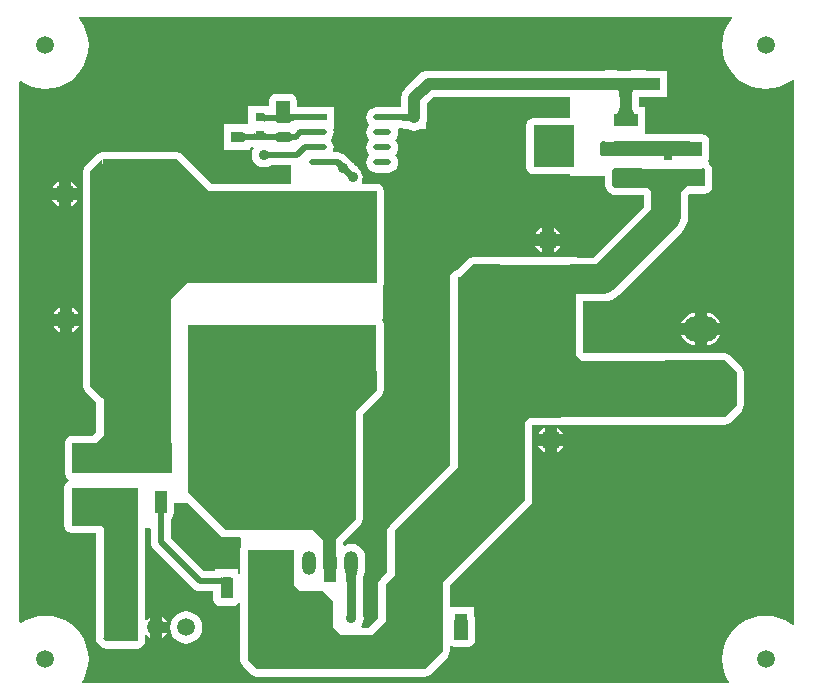
<source format=gtl>
G04*
G04 #@! TF.GenerationSoftware,Altium Limited,Altium Designer,18.1.9 (240)*
G04*
G04 Layer_Physical_Order=1*
G04 Layer_Color=255*
%FSLAX25Y25*%
%MOIN*%
G70*
G01*
G75*
%ADD17R,0.03937X0.03937*%
%ADD18R,0.05984X0.06299*%
%ADD19R,0.09843X0.09843*%
%ADD20R,0.22000X0.20500*%
%ADD21R,0.08800X0.06000*%
%ADD22R,0.03000X0.03000*%
%ADD23R,0.09843X0.11811*%
%ADD24R,0.07874X0.03937*%
%ADD25R,0.05906X0.04000*%
%ADD26R,0.03937X0.03740*%
%ADD27R,0.04000X0.05906*%
%ADD28R,0.05906X0.01968*%
%ADD29O,0.05906X0.01968*%
%ADD30C,0.03937*%
%ADD52C,0.01181*%
%ADD53C,0.09843*%
%ADD54C,0.01968*%
%ADD55C,0.03150*%
%ADD56R,0.29434X0.05500*%
%ADD57R,0.11750X0.40500*%
%ADD58R,0.13750X0.13887*%
%ADD59R,0.09610X0.05000*%
%ADD60R,0.30000X0.05000*%
%ADD61R,0.40750X0.09500*%
%ADD62R,0.15100X0.18000*%
%ADD63R,0.04000X0.07000*%
%ADD64R,0.15500X0.68500*%
%ADD65R,0.22209X0.12500*%
%ADD66R,0.04400X0.15500*%
%ADD67R,0.20500X0.68750*%
%ADD68R,0.04500X0.06500*%
%ADD69R,0.16000X0.32500*%
%ADD70R,0.15500X0.36750*%
%ADD71R,0.29750X0.47000*%
%ADD72R,0.16000X0.12500*%
%ADD73R,0.63000X0.21000*%
%ADD74R,0.17000X0.30000*%
%ADD75R,0.09287X0.57500*%
%ADD76R,0.33500X0.10200*%
%ADD77R,0.04500X0.05500*%
%ADD78R,0.07500X0.52500*%
%ADD79R,0.23000X0.08200*%
%ADD80R,0.56000X0.51280*%
%ADD81R,0.04000X0.07500*%
%ADD82R,0.86000X0.31000*%
%ADD83R,0.09000X0.52000*%
%ADD84R,0.20500X0.05000*%
%ADD85R,0.15000X0.43500*%
%ADD86R,0.43000X0.13500*%
%ADD87C,0.05906*%
%ADD88R,0.05906X0.05906*%
%ADD89C,0.07087*%
%ADD90R,0.07087X0.07087*%
%ADD91O,0.11811X0.08661*%
%ADD92O,0.11811X0.07874*%
%ADD93R,0.07087X0.07087*%
%ADD94O,0.04724X0.07874*%
%ADD95C,0.03500*%
G36*
X240512Y224659D02*
X239953Y224004D01*
X238767Y222068D01*
X237898Y219971D01*
X237368Y217763D01*
X237190Y215500D01*
X237368Y213237D01*
X237898Y211029D01*
X238767Y208932D01*
X239953Y206996D01*
X241427Y205270D01*
X243154Y203795D01*
X245089Y202609D01*
X247187Y201740D01*
X249394Y201210D01*
X251658Y201032D01*
X253921Y201210D01*
X256128Y201740D01*
X258226Y202609D01*
X260161Y203795D01*
X260659Y204220D01*
X261113Y204011D01*
Y22489D01*
X260659Y22280D01*
X260161Y22705D01*
X258226Y23891D01*
X256128Y24760D01*
X253921Y25290D01*
X251658Y25468D01*
X249394Y25290D01*
X247187Y24760D01*
X245089Y23891D01*
X243154Y22705D01*
X241427Y21230D01*
X239953Y19504D01*
X238767Y17568D01*
X237898Y15471D01*
X237368Y13263D01*
X237190Y11000D01*
X237368Y8737D01*
X237898Y6529D01*
X238767Y4432D01*
X239446Y3323D01*
X239202Y2887D01*
X23956D01*
X23712Y3323D01*
X24391Y4432D01*
X25260Y6529D01*
X25790Y8737D01*
X25968Y11000D01*
X25790Y13263D01*
X25260Y15471D01*
X24391Y17568D01*
X23205Y19504D01*
X21730Y21230D01*
X20004Y22705D01*
X18068Y23891D01*
X15971Y24760D01*
X13763Y25290D01*
X11500Y25468D01*
X9237Y25290D01*
X7029Y24760D01*
X4932Y23891D01*
X3387Y22944D01*
X2887Y23224D01*
Y203276D01*
X3387Y203556D01*
X4932Y202609D01*
X7029Y201740D01*
X9237Y201210D01*
X11500Y201032D01*
X13763Y201210D01*
X15971Y201740D01*
X18068Y202609D01*
X20004Y203795D01*
X21730Y205270D01*
X23205Y206996D01*
X24391Y208932D01*
X25260Y211029D01*
X25790Y213237D01*
X25968Y215500D01*
X25790Y217763D01*
X25260Y219971D01*
X24391Y222068D01*
X23205Y224004D01*
X22645Y224659D01*
X22855Y225113D01*
X80500Y225113D01*
X240303D01*
X240512Y224659D01*
D02*
G37*
%LPC*%
G36*
X210559Y207184D02*
X210553Y207183D01*
X210547Y207184D01*
X208723Y207175D01*
X208136Y207177D01*
X208048Y207179D01*
X208003Y207172D01*
X207941Y207184D01*
X207874Y207171D01*
X206610Y207164D01*
X206567Y207155D01*
X202202D01*
X202059Y207184D01*
X202053Y207183D01*
X202047Y207184D01*
X198110Y207164D01*
X198067Y207155D01*
X139287D01*
X138157Y207007D01*
X137103Y206570D01*
X136199Y205876D01*
X131453Y201130D01*
X130758Y200225D01*
X130322Y199172D01*
X130173Y198041D01*
Y194941D01*
X129547Y194900D01*
X128886Y194896D01*
X128801Y194879D01*
X125000D01*
X124972Y194875D01*
X121878D01*
X121004Y194760D01*
X120190Y194423D01*
X119491Y193887D01*
X118955Y193188D01*
X118618Y192374D01*
X118503Y191500D01*
X118618Y190626D01*
X118955Y189812D01*
X119491Y189113D01*
Y188887D01*
X118955Y188188D01*
X118618Y187374D01*
X118503Y186500D01*
X118618Y185626D01*
X118955Y184812D01*
X119491Y184113D01*
Y183887D01*
X118955Y183188D01*
X118618Y182374D01*
X118503Y181500D01*
X118618Y180626D01*
X118955Y179812D01*
X119491Y179113D01*
Y178887D01*
X118955Y178188D01*
X118618Y177374D01*
X118503Y176500D01*
X118618Y175626D01*
X118955Y174812D01*
X119491Y174113D01*
X120190Y173577D01*
X121004Y173240D01*
X121878Y173125D01*
X125815D01*
X126689Y173240D01*
X127503Y173577D01*
X128202Y174113D01*
X128738Y174812D01*
X129075Y175626D01*
X129190Y176500D01*
X129075Y177374D01*
X128738Y178188D01*
X128202Y178887D01*
Y179113D01*
X128738Y179812D01*
X129075Y180626D01*
X129190Y181500D01*
X129075Y182374D01*
X128738Y183188D01*
X128202Y183887D01*
Y184113D01*
X128738Y184812D01*
X129075Y185626D01*
X129190Y186500D01*
X129075Y187374D01*
X128977Y187610D01*
X129312Y188109D01*
X129586Y188107D01*
X130679Y188070D01*
Y187642D01*
X132549D01*
X133411Y187285D01*
X134541Y187136D01*
X135672Y187285D01*
X136534Y187642D01*
X138403D01*
Y189511D01*
X138760Y190373D01*
X138909Y191504D01*
Y196232D01*
X141097Y198419D01*
X186500D01*
Y191295D01*
X174250D01*
X173328Y191112D01*
X172547Y190590D01*
X172025Y189808D01*
X171842Y188887D01*
Y175000D01*
X172025Y174078D01*
X172547Y173297D01*
X173328Y172775D01*
X174250Y172591D01*
X186500D01*
Y172000D01*
X193500D01*
X193500Y172000D01*
X198121D01*
X198121Y169006D01*
X198304Y168084D01*
X198827Y167303D01*
X199833Y166297D01*
X200614Y165775D01*
X201536Y165592D01*
X211181D01*
Y161531D01*
X194468Y144819D01*
X188951D01*
X188500Y144908D01*
X158750D01*
X154000Y144908D01*
X153078Y144725D01*
X152297Y144203D01*
X148691Y140597D01*
X148078Y140475D01*
X147297Y139953D01*
X146775Y139172D01*
X146591Y138250D01*
Y75748D01*
X126297Y55453D01*
X125775Y54672D01*
X125592Y53750D01*
Y52500D01*
Y39998D01*
X123297Y37703D01*
X122775Y36922D01*
X122591Y36000D01*
Y32500D01*
Y24498D01*
X119502Y21408D01*
X116941D01*
X116695Y21908D01*
X117092Y22426D01*
X117506Y23426D01*
X117648Y24500D01*
X117506Y25574D01*
X117471Y25659D01*
Y36397D01*
X117482Y36443D01*
X117534Y37932D01*
X117563Y38244D01*
X117661Y38889D01*
X117705Y39082D01*
X117752Y39243D01*
X117789Y39343D01*
X117860Y39493D01*
X117874Y39551D01*
X117907Y39600D01*
X117953Y39829D01*
X118103Y40192D01*
X118265Y41425D01*
Y44575D01*
X118103Y45808D01*
X117627Y46957D01*
X116869Y47944D01*
X115883Y48702D01*
X114733Y49178D01*
X113500Y49340D01*
X112267Y49178D01*
X111408Y48822D01*
X110908Y49146D01*
Y50002D01*
X116703Y55797D01*
X117225Y56578D01*
X117409Y57500D01*
Y69188D01*
X117462D01*
Y92556D01*
X123703Y98797D01*
X124225Y99578D01*
X124408Y100500D01*
Y107000D01*
Y122500D01*
X124225Y123422D01*
X123703Y124203D01*
X124250Y124750D01*
Y135054D01*
X124225Y135078D01*
X124408Y136000D01*
Y167000D01*
X124225Y167922D01*
X123703Y168703D01*
X122922Y169225D01*
X122000Y169409D01*
X117173D01*
X116963Y169908D01*
X117260Y170626D01*
X117375Y171500D01*
X117260Y172374D01*
X116923Y173188D01*
X116387Y173887D01*
X116251Y174022D01*
X116229Y174063D01*
X116208Y174172D01*
X116007Y174473D01*
X115833Y174791D01*
X115747Y174861D01*
X115685Y174953D01*
X115392Y175150D01*
X115372Y175171D01*
X115350Y175182D01*
X115103Y175382D01*
X114997Y175413D01*
X114904Y175475D01*
X114827Y175490D01*
X114748Y175558D01*
X114669Y175645D01*
X114598Y175732D01*
X114592Y175741D01*
X114583Y175751D01*
X114571Y175768D01*
X114459Y176031D01*
X114364Y176125D01*
X114298Y176242D01*
X114031Y176452D01*
X113789Y176690D01*
X113665Y176740D01*
X113560Y176823D01*
X113408Y176865D01*
X112624Y177650D01*
X112620Y177658D01*
X112552Y177721D01*
X112376Y177897D01*
X112282Y178030D01*
X112240Y178069D01*
X112233Y178079D01*
X112226Y178082D01*
X112138Y178166D01*
X111595Y178702D01*
X111523Y178750D01*
X111387Y178887D01*
X110688Y179423D01*
X109874Y179760D01*
X109000Y179875D01*
X107714D01*
X107436Y180291D01*
X107575Y180626D01*
X107690Y181500D01*
X107575Y182374D01*
X107238Y183188D01*
X106897Y183633D01*
X106748Y184000D01*
X106897Y184367D01*
X107238Y184812D01*
X107575Y185626D01*
X107690Y186500D01*
X107575Y187374D01*
X107409Y187776D01*
X107661Y188154D01*
X107661D01*
Y194846D01*
X102566D01*
X102347Y194875D01*
X95408D01*
Y197000D01*
X95225Y197922D01*
X94703Y198703D01*
X93922Y199225D01*
X93000Y199408D01*
X88500D01*
X87578Y199225D01*
X86797Y198703D01*
X86275Y197922D01*
X86092Y197000D01*
Y195359D01*
X84619D01*
X84447Y195393D01*
X84274Y195359D01*
X84263D01*
X84094Y195367D01*
X84071Y195359D01*
X79097D01*
Y189232D01*
X77629D01*
X77456Y189267D01*
X77316Y189239D01*
X77173Y189250D01*
X77119Y189232D01*
X71169D01*
Y180768D01*
X77119D01*
X77173Y180750D01*
X77316Y180761D01*
X77456Y180733D01*
X77629Y180768D01*
X79831D01*
Y181253D01*
X80185Y181606D01*
X80685Y181605D01*
X80931Y181104D01*
X80908Y181074D01*
X80494Y180073D01*
X80352Y179000D01*
X80494Y177927D01*
X80908Y176926D01*
X81567Y176067D01*
X82426Y175408D01*
X83426Y174994D01*
X84500Y174852D01*
X85574Y174994D01*
X86574Y175408D01*
X86824Y175600D01*
X86906Y175606D01*
X87027Y175607D01*
X87108Y175625D01*
X93500D01*
Y169409D01*
X66998D01*
X57203Y179203D01*
X56422Y179725D01*
X55500Y179909D01*
X47500Y179909D01*
X30500D01*
X30385Y179886D01*
X30269Y179897D01*
X29928Y179795D01*
X29578Y179725D01*
X29481Y179660D01*
X29369Y179626D01*
X29093Y179401D01*
X28797Y179203D01*
X24797Y175203D01*
X24275Y174422D01*
X24092Y173500D01*
Y102000D01*
X24275Y101078D01*
X24797Y100297D01*
X28591Y96502D01*
Y86498D01*
X27502Y85409D01*
X20500D01*
X19578Y85225D01*
X18797Y84703D01*
X18275Y83922D01*
X18091Y83000D01*
Y72800D01*
X18275Y71878D01*
X18797Y71097D01*
X19346Y70730D01*
X19355Y70523D01*
X19286Y70169D01*
X18588Y69703D01*
X18066Y68922D01*
X17883Y68000D01*
Y55500D01*
X18066Y54578D01*
X18588Y53797D01*
X19370Y53275D01*
X20291Y53092D01*
X28341D01*
Y18000D01*
X28432Y17545D01*
X28520Y17089D01*
X28524Y17084D01*
X28525Y17078D01*
X28782Y16693D01*
X29039Y16305D01*
X29044Y16302D01*
X29047Y16297D01*
X30190Y15154D01*
X30971Y14632D01*
X31893Y14449D01*
X42099D01*
X43020Y14632D01*
X43802Y15154D01*
X44203Y15556D01*
X44725Y16337D01*
X44908Y17259D01*
Y18866D01*
X45408Y19036D01*
X45681Y18681D01*
X46507Y18047D01*
X46532Y18037D01*
Y21500D01*
Y24963D01*
X46507Y24953D01*
X45681Y24319D01*
X45408Y23964D01*
X44908Y24134D01*
Y54672D01*
X46378D01*
X46625Y54425D01*
Y50000D01*
X46740Y49126D01*
X47077Y48312D01*
X47613Y47613D01*
X60613Y34613D01*
X61312Y34077D01*
X62126Y33740D01*
X63000Y33625D01*
X67592D01*
Y31000D01*
X67775Y30078D01*
X68297Y29297D01*
X69078Y28775D01*
X70000Y28591D01*
X74000D01*
X74922Y28775D01*
X75703Y29297D01*
X76091Y29878D01*
X76591Y29727D01*
Y13000D01*
Y10500D01*
X76775Y9578D01*
X77297Y8797D01*
X80297Y5797D01*
X81078Y5275D01*
X82000Y5091D01*
X85750D01*
X138000Y5091D01*
X138922Y5275D01*
X139703Y5797D01*
X145703Y11797D01*
X146225Y12578D01*
X146408Y13500D01*
Y15192D01*
X146850Y15428D01*
X147078Y15275D01*
X148000Y15091D01*
X149190D01*
X149426Y14994D01*
X150500Y14852D01*
X151574Y14994D01*
X151810Y15091D01*
X152500D01*
X153422Y15275D01*
X154203Y15797D01*
X154725Y16578D01*
X154909Y17500D01*
Y24000D01*
X154725Y24922D01*
X154575Y25147D01*
Y28315D01*
X146408D01*
Y35502D01*
X173203Y62297D01*
X173725Y63078D01*
X173908Y64000D01*
Y89002D01*
X173998Y89091D01*
X238000Y89091D01*
X238922Y89275D01*
X239703Y89797D01*
X243703Y93797D01*
X244225Y94578D01*
X244408Y95500D01*
Y106500D01*
X244225Y107422D01*
X243703Y108203D01*
X239703Y112203D01*
X238922Y112725D01*
X238000Y112908D01*
X191248D01*
X190909Y113248D01*
Y130181D01*
X197500D01*
X198928Y130322D01*
X200301Y130738D01*
X201566Y131415D01*
X202675Y132325D01*
X223675Y153325D01*
X224585Y154434D01*
X225262Y155699D01*
X225678Y157072D01*
X225819Y158500D01*
Y165504D01*
X226406Y166092D01*
X231000D01*
X231000Y166092D01*
X231000Y166092D01*
X231422Y166092D01*
X231890Y166185D01*
X232343Y166275D01*
X232344Y166275D01*
X232344Y166275D01*
X232742Y166542D01*
X233125Y166797D01*
X233125Y166797D01*
X233125Y166797D01*
X233381Y167180D01*
X233647Y167578D01*
X233647Y167579D01*
X233647Y167579D01*
X233737Y168032D01*
X233830Y168500D01*
X233830Y174078D01*
X233830Y174078D01*
X233830Y174078D01*
X233762Y174421D01*
X233647Y175000D01*
X233647Y175000D01*
X233647Y175000D01*
X233324Y175483D01*
X233125Y175781D01*
X233125Y175781D01*
X233125Y175782D01*
X232815Y176091D01*
Y176650D01*
X232706D01*
X232439Y177150D01*
X232725Y177578D01*
X232909Y178500D01*
Y183500D01*
X232725Y184422D01*
X232203Y185203D01*
X231422Y185725D01*
X230500Y185908D01*
X211668D01*
X211299Y186224D01*
Y192191D01*
X211320Y192258D01*
X211309Y192386D01*
X211333Y192512D01*
X211299Y192684D01*
Y194886D01*
X209519D01*
X209502Y194950D01*
X209438Y195334D01*
X209394Y195837D01*
X209376Y196512D01*
X209368Y196547D01*
Y196790D01*
X209377Y196831D01*
X209386Y197521D01*
X209440Y198398D01*
X209777Y198400D01*
X210364Y198398D01*
X210452Y198396D01*
X210497Y198403D01*
X210559Y198391D01*
X210626Y198404D01*
X211890Y198410D01*
X211933Y198419D01*
X213500D01*
X213545Y198425D01*
X218815D01*
Y207150D01*
X213545D01*
X213500Y207155D01*
X211930D01*
X211886Y207164D01*
X210637Y207169D01*
X210559Y207184D01*
D02*
G37*
G36*
X19969Y170102D02*
Y167968D01*
X22102D01*
X21969Y168291D01*
X21240Y169240D01*
X20291Y169969D01*
X19969Y170102D01*
D02*
G37*
G36*
X16032D02*
X15709Y169969D01*
X14760Y169240D01*
X14031Y168291D01*
X13898Y167968D01*
X16032D01*
Y170102D01*
D02*
G37*
G36*
X22102Y164032D02*
X19969D01*
Y161898D01*
X20291Y162031D01*
X21240Y162760D01*
X21969Y163709D01*
X22102Y164032D01*
D02*
G37*
G36*
X16032D02*
X13898D01*
X14031Y163709D01*
X14760Y162760D01*
X15709Y162031D01*
X16032Y161898D01*
Y164032D01*
D02*
G37*
G36*
X180968Y154787D02*
Y152654D01*
X183102D01*
X182969Y152976D01*
X182240Y153925D01*
X181291Y154654D01*
X180968Y154787D01*
D02*
G37*
G36*
X177032D02*
X176709Y154654D01*
X175760Y153925D01*
X175031Y152976D01*
X174898Y152654D01*
X177032D01*
Y154787D01*
D02*
G37*
G36*
X183102Y148716D02*
X180968D01*
Y146583D01*
X181291Y146716D01*
X182240Y147445D01*
X182969Y148394D01*
X183102Y148716D01*
D02*
G37*
G36*
X177032D02*
X174898D01*
X175031Y148394D01*
X175760Y147445D01*
X176709Y146716D01*
X177032Y146583D01*
Y148716D01*
D02*
G37*
G36*
X20469Y128102D02*
Y125969D01*
X22602D01*
X22469Y126291D01*
X21740Y127240D01*
X20791Y127969D01*
X20469Y128102D01*
D02*
G37*
G36*
X16532D02*
X16209Y127969D01*
X15260Y127240D01*
X14531Y126291D01*
X14398Y125969D01*
X16532D01*
Y128102D01*
D02*
G37*
G36*
X231968Y126325D02*
Y122968D01*
X236529D01*
X236231Y123688D01*
X235377Y124802D01*
X234263Y125656D01*
X232966Y126193D01*
X231968Y126325D01*
D02*
G37*
G36*
X228031D02*
X227034Y126193D01*
X225737Y125656D01*
X224623Y124802D01*
X223769Y123688D01*
X223471Y122968D01*
X228031D01*
Y126325D01*
D02*
G37*
G36*
X22602Y122031D02*
X20469D01*
Y119898D01*
X20791Y120031D01*
X21740Y120760D01*
X22469Y121709D01*
X22602Y122031D01*
D02*
G37*
G36*
X16532D02*
X14398D01*
X14531Y121709D01*
X15260Y120760D01*
X16209Y120031D01*
X16532Y119898D01*
Y122031D01*
D02*
G37*
G36*
X236529Y119032D02*
X231968D01*
Y115675D01*
X232966Y115806D01*
X234263Y116344D01*
X235377Y117198D01*
X236231Y118312D01*
X236529Y119032D01*
D02*
G37*
G36*
X228031D02*
X223471D01*
X223769Y118312D01*
X224623Y117198D01*
X225737Y116344D01*
X227034Y115806D01*
X228031Y115675D01*
Y119032D01*
D02*
G37*
G36*
X181968Y88102D02*
Y85969D01*
X184102D01*
X183969Y86291D01*
X183240Y87240D01*
X182291Y87969D01*
X181968Y88102D01*
D02*
G37*
G36*
X178032D02*
X177709Y87969D01*
X176760Y87240D01*
X176031Y86291D01*
X175898Y85969D01*
X178032D01*
Y88102D01*
D02*
G37*
G36*
X184102Y82032D02*
X181968D01*
Y79898D01*
X182291Y80031D01*
X183240Y80760D01*
X183969Y81709D01*
X184102Y82032D01*
D02*
G37*
G36*
X178032D02*
X175898D01*
X176031Y81709D01*
X176760Y80760D01*
X177709Y80031D01*
X178032Y79898D01*
Y82032D01*
D02*
G37*
G36*
X50468Y24963D02*
Y23469D01*
X51963D01*
X51953Y23493D01*
X51319Y24319D01*
X50493Y24953D01*
X50468Y24963D01*
D02*
G37*
G36*
X51963Y19532D02*
X50468D01*
Y18037D01*
X50493Y18047D01*
X51319Y18681D01*
X51953Y19507D01*
X51963Y19532D01*
D02*
G37*
G36*
X58500Y26861D02*
X57112Y26678D01*
X55820Y26143D01*
X54709Y25291D01*
X53857Y24180D01*
X53322Y22887D01*
X53139Y21500D01*
X53322Y20112D01*
X53857Y18820D01*
X54709Y17709D01*
X55820Y16857D01*
X57112Y16322D01*
X58500Y16139D01*
X59887Y16322D01*
X61180Y16857D01*
X62291Y17709D01*
X63143Y18820D01*
X63678Y20112D01*
X63861Y21500D01*
X63678Y22887D01*
X63143Y24180D01*
X62291Y25291D01*
X61180Y26143D01*
X59887Y26678D01*
X58500Y26861D01*
D02*
G37*
%LPD*%
G36*
X210559Y204760D02*
X211878Y204756D01*
Y200819D01*
X210559Y200812D01*
Y200799D01*
X210520Y200803D01*
X210402Y200806D01*
X209776Y200809D01*
X207941Y200799D01*
X207756Y200760D01*
X207591Y200642D01*
X207445Y200445D01*
X207318Y200169D01*
X207212Y199815D01*
X207124Y199382D01*
X207056Y198870D01*
X206978Y197610D01*
X206968Y196862D01*
X203031D01*
X203022Y197610D01*
X202876Y199382D01*
X202788Y199815D01*
X202681Y200169D01*
X202555Y200445D01*
X202409Y200642D01*
X202244Y200760D01*
X202059Y200799D01*
X202020Y200803D01*
X201902Y200806D01*
X198122Y200819D01*
Y204756D01*
X202059Y204775D01*
Y200799D01*
X207941D01*
Y200815D01*
X206622Y200819D01*
Y204756D01*
X207941Y204762D01*
Y204775D01*
X207980Y204772D01*
X208098Y204768D01*
X208724Y204766D01*
X210559Y204775D01*
Y204760D01*
D02*
G37*
G36*
X206988Y195701D02*
X207047Y195031D01*
X207145Y194441D01*
X207282Y193929D01*
X207458Y193496D01*
X207673Y193141D01*
X207927Y192866D01*
X208221Y192669D01*
X208553Y192551D01*
X208925Y192512D01*
X201075D01*
X201447Y192551D01*
X201779Y192669D01*
X202073Y192866D01*
X202327Y193141D01*
X202542Y193496D01*
X202718Y193929D01*
X202855Y194441D01*
X202953Y195031D01*
X203012Y195701D01*
X203031Y196449D01*
X206968D01*
X206988Y195701D01*
D02*
G37*
G36*
X133053Y192832D02*
X133150Y192896D01*
Y190111D01*
X133053Y190176D01*
Y190016D01*
X133034Y190111D01*
X132975Y190197D01*
X132939Y190224D01*
X132849Y190258D01*
X132596Y190319D01*
X132274Y190372D01*
X131424Y190454D01*
X129633Y190515D01*
X128900Y190519D01*
Y192488D01*
X129633Y192492D01*
X132596Y192688D01*
X132849Y192749D01*
X132939Y192783D01*
X132975Y192810D01*
X133034Y192896D01*
X133053Y192992D01*
Y192832D01*
D02*
G37*
G36*
X84466Y192851D02*
X84525Y192732D01*
X84624Y192627D01*
X84762Y192536D01*
X84939Y192459D01*
X85155Y192396D01*
X85411Y192347D01*
X85707Y192312D01*
X86041Y192290D01*
X86415Y192283D01*
Y190315D01*
X86041Y190312D01*
X84939Y190238D01*
X84762Y190205D01*
X84624Y190165D01*
X84525Y190119D01*
X84466Y190067D01*
X84447Y190008D01*
Y192984D01*
X84466Y192851D01*
D02*
G37*
G36*
X92976Y193029D02*
X93035Y192915D01*
X93134Y192814D01*
X93271Y192727D01*
X93449Y192652D01*
X93665Y192592D01*
X93921Y192545D01*
X94216Y192511D01*
X94551Y192491D01*
X94925Y192484D01*
Y190516D01*
X94551Y190506D01*
X94216Y190476D01*
X93921Y190427D01*
X93665Y190358D01*
X93449Y190270D01*
X93271Y190161D01*
X93134Y190033D01*
X93035Y189886D01*
X92976Y189718D01*
X92957Y189532D01*
Y193157D01*
X92976Y193029D01*
D02*
G37*
G36*
X89043Y189441D02*
X89024Y189607D01*
X88965Y189756D01*
X88866Y189887D01*
X88728Y190000D01*
X88551Y190096D01*
X88335Y190175D01*
X88079Y190236D01*
X87784Y190280D01*
X87449Y190306D01*
X87075Y190315D01*
Y192283D01*
X87449Y192292D01*
X87784Y192318D01*
X88079Y192362D01*
X88335Y192423D01*
X88551Y192502D01*
X88728Y192598D01*
X88866Y192712D01*
X88965Y192843D01*
X89024Y192991D01*
X89043Y193157D01*
Y189441D01*
D02*
G37*
G36*
X84455Y186782D02*
X84515Y186614D01*
X84615Y186467D01*
X84754Y186339D01*
X84932Y186230D01*
X85150Y186142D01*
X85407Y186073D01*
X85703Y186024D01*
X86040Y185994D01*
X86415Y185984D01*
Y184016D01*
X84447Y184008D01*
X84435Y186969D01*
X84455Y186782D01*
D02*
G37*
G36*
X81471Y184008D02*
X81451Y184010D01*
X81293Y184012D01*
X79502Y184016D01*
Y185984D01*
X79876Y185994D01*
X80211Y186024D01*
X80506Y186073D01*
X80762Y186142D01*
X80979Y186230D01*
X81156Y186339D01*
X81293Y186467D01*
X81392Y186614D01*
X81451Y186782D01*
X81471Y186969D01*
Y184008D01*
D02*
G37*
G36*
X92976Y186692D02*
X93035Y186544D01*
X93134Y186412D01*
X93271Y186299D01*
X93449Y186203D01*
X93665Y186124D01*
X93921Y186063D01*
X94216Y186019D01*
X94551Y185993D01*
X94925Y185984D01*
Y184016D01*
X94551Y184007D01*
X94216Y183981D01*
X93921Y183937D01*
X93665Y183876D01*
X93449Y183797D01*
X93271Y183701D01*
X93134Y183588D01*
X93035Y183457D01*
X92976Y183308D01*
X92957Y183142D01*
Y186858D01*
X92976Y186692D01*
D02*
G37*
G36*
X89043Y183142D02*
X89024Y183308D01*
X88965Y183457D01*
X88866Y183588D01*
X88728Y183701D01*
X88551Y183797D01*
X88335Y183876D01*
X88079Y183937D01*
X87784Y183981D01*
X87449Y184007D01*
X87075Y184016D01*
Y185984D01*
X87449Y185993D01*
X87784Y186019D01*
X88079Y186063D01*
X88335Y186124D01*
X88551Y186203D01*
X88728Y186299D01*
X88866Y186412D01*
X88965Y186544D01*
X89024Y186692D01*
X89043Y186858D01*
Y183142D01*
D02*
G37*
G36*
X77476Y186692D02*
X77535Y186544D01*
X77634Y186412D01*
X77772Y186299D01*
X77949Y186203D01*
X78165Y186124D01*
X78421Y186063D01*
X78716Y186019D01*
X79051Y185993D01*
X79425Y185984D01*
Y184016D01*
X79051Y184007D01*
X78716Y183981D01*
X78421Y183937D01*
X78165Y183876D01*
X77949Y183797D01*
X77772Y183701D01*
X77634Y183588D01*
X77535Y183457D01*
X77476Y183308D01*
X77456Y183142D01*
Y186858D01*
X77476Y186692D01*
D02*
G37*
G36*
X201083Y181707D02*
X201086Y181707D01*
X201460Y181697D01*
Y179728D01*
X201265Y179726D01*
X201076Y179712D01*
X201075Y179543D01*
X201055Y179579D01*
X200996Y179610D01*
X200898Y179638D01*
X200760Y179662D01*
X200668Y179672D01*
X200642Y179668D01*
X200525Y179642D01*
X200424Y179610D01*
X200338Y179574D01*
X200267Y179533D01*
X200212Y179488D01*
Y179701D01*
X199815Y179721D01*
X199107Y179728D01*
Y181697D01*
X199482Y181707D01*
X199818Y181736D01*
X200115Y181785D01*
X200212Y181811D01*
Y181938D01*
X200267Y181892D01*
X200338Y181851D01*
X200346Y181847D01*
X200372Y181854D01*
X200590Y181943D01*
X200768Y182051D01*
X200907Y182179D01*
X201007Y182327D01*
X201066Y182494D01*
X201087Y182681D01*
X201083Y181707D01*
D02*
G37*
G36*
X221370Y183461D02*
X223142Y183346D01*
X223575Y183276D01*
X223929Y183192D01*
X224205Y183092D01*
X224402Y182977D01*
X224520Y182846D01*
X224559Y182701D01*
Y178725D01*
X224520Y178878D01*
X224402Y179015D01*
X224205Y179136D01*
X223929Y179241D01*
X223575Y179330D01*
X223142Y179402D01*
X222630Y179459D01*
X221370Y179523D01*
X220622Y179532D01*
Y183468D01*
X221370Y183461D01*
D02*
G37*
G36*
X198827Y182673D02*
Y178500D01*
X197000D01*
X196424Y179076D01*
Y182924D01*
X197000Y183500D01*
X198000D01*
X198827Y182673D01*
D02*
G37*
G36*
X85805Y180179D02*
X85875Y180138D01*
X85961Y180102D01*
X86063Y180071D01*
X86180Y180044D01*
X86312Y180023D01*
X86624Y179994D01*
X86997Y179984D01*
Y178016D01*
X86803Y178013D01*
X86312Y177977D01*
X86180Y177956D01*
X86063Y177929D01*
X85961Y177898D01*
X85875Y177862D01*
X85805Y177821D01*
X85750Y177775D01*
Y180225D01*
X85805Y180179D01*
D02*
G37*
G36*
X110464Y176434D02*
X110629Y176278D01*
X110655Y176256D01*
X110667Y176249D01*
X110779Y174807D01*
X109034Y174942D01*
X109032Y174969D01*
X109014Y175009D01*
X108981Y175062D01*
X108462Y175645D01*
X108321Y175786D01*
X109901Y176990D01*
X110464Y176434D01*
D02*
G37*
G36*
X112469Y174676D02*
X112481Y174615D01*
X112507Y174546D01*
X112548Y174468D01*
X112602Y174381D01*
X112670Y174285D01*
X112847Y174067D01*
X113070Y173826D01*
X113442Y173504D01*
X113551Y173426D01*
X113652Y173362D01*
X113746Y173313D01*
X113832Y173277D01*
X113911Y173256D01*
X113982Y173250D01*
X112250Y171518D01*
X112244Y171589D01*
X112223Y171668D01*
X112187Y171754D01*
X112138Y171848D01*
X112074Y171949D01*
X111995Y172058D01*
X111797Y172297D01*
X111618Y172454D01*
X111500Y172543D01*
X111389Y172618D01*
X111284Y172677D01*
X111187Y172721D01*
X111097Y172750D01*
X111014Y172764D01*
X110938Y172763D01*
X110779Y174807D01*
X112469Y174676D01*
D02*
G37*
G36*
X231422Y174078D02*
X231422Y168500D01*
X231000Y168500D01*
X230000Y173297D01*
X230500Y173797D01*
Y174500D01*
X231000D01*
X231422Y174078D01*
D02*
G37*
G36*
X215000Y169225D02*
X214500Y168725D01*
Y167000D01*
X213578D01*
X212578Y168000D01*
X201536D01*
X200530Y169006D01*
X200530Y173967D01*
X201063Y174500D01*
X210500Y174500D01*
X215000Y169225D01*
D02*
G37*
G36*
X225773Y168865D02*
X222500Y165592D01*
X221500Y166500D01*
Y170000D01*
X223146Y171646D01*
X225773D01*
Y168865D01*
D02*
G37*
G36*
X36069Y162457D02*
X35969Y162422D01*
X35880Y162362D01*
X35803Y162280D01*
X35738Y162173D01*
X35685Y162043D01*
X35644Y161890D01*
X35614Y161713D01*
X35596Y161512D01*
X35591Y161288D01*
X34409D01*
X34407Y161512D01*
X34369Y162043D01*
X34345Y162173D01*
X34317Y162280D01*
X34284Y162362D01*
X34246Y162422D01*
X34202Y162457D01*
X34154Y162469D01*
X36181D01*
X36069Y162457D01*
D02*
G37*
G36*
X55500Y177500D02*
X70250Y162750D01*
X68000Y160500D01*
X46696Y160500D01*
X42500Y164696D01*
Y169000D01*
X44500Y177500D01*
X55500Y177500D01*
D02*
G37*
G36*
X163006Y134500D02*
X161506Y136000D01*
X151000D01*
Y136500D01*
X149500Y138000D01*
X154000Y142500D01*
X163006Y142500D01*
Y134500D01*
D02*
G37*
G36*
X34699Y133988D02*
X35000Y133862D01*
Y148500D01*
X36000Y149500D01*
X37500Y148000D01*
X52500D01*
Y145000D01*
X63500D01*
Y141000D01*
X50000Y127500D01*
X48648Y134648D01*
X41000Y127000D01*
X35713Y127881D01*
X35738Y127820D01*
X35803Y127712D01*
X35880Y127629D01*
X35969Y127568D01*
X36069Y127532D01*
X36181Y127519D01*
X35322Y127526D01*
X35396Y126756D01*
X35591D01*
X35696Y124696D01*
X35595D01*
X36000Y120500D01*
X36031Y120469D01*
X36968D01*
X36781Y120449D01*
X36614Y120390D01*
X36467Y120291D01*
X36342Y120158D01*
X38500Y118000D01*
Y100500D01*
X37614D01*
X38978Y90705D01*
X39500Y92000D01*
X39500Y88000D01*
X48297Y79203D01*
X47977Y78883D01*
X48044Y78862D01*
X48055Y76531D01*
X48035Y76718D01*
X47975Y76886D01*
X47875Y77034D01*
X47736Y77161D01*
X47558Y77270D01*
X47340Y77358D01*
X47083Y77427D01*
X46786Y77476D01*
X46588Y77494D01*
X45094Y76000D01*
X40468D01*
Y76775D01*
X40447Y76724D01*
X40423Y76538D01*
Y80000D01*
X27000Y80000D01*
Y81500D01*
X31000Y85500D01*
Y97500D01*
X30500Y98000D01*
X26500Y102000D01*
Y173500D01*
X30500Y177500D01*
X34699Y133988D01*
D02*
G37*
G36*
X194515Y106236D02*
X215000Y107500D01*
X218000Y110500D01*
X238000D01*
X242000Y106500D01*
Y95500D01*
X240500Y94000D01*
X238000Y91500D01*
X173000Y91500D01*
X171500Y90000D01*
Y64000D01*
X142000Y34500D01*
X142550Y36550D01*
X138000Y32000D01*
Y28500D01*
X144000Y22500D01*
Y13500D01*
X138000Y7500D01*
X85750Y7500D01*
X82000D01*
X79000Y10500D01*
Y13000D01*
X82500Y13914D01*
X82500Y18579D01*
X85875Y20000D01*
X84000D01*
X82500Y21500D01*
Y26500D01*
X88250D01*
X88500Y26250D01*
X88000Y25750D01*
Y20895D01*
X93000Y23000D01*
X97000Y19000D01*
X97500D01*
Y24500D01*
X100067Y28000D01*
X89500D01*
Y35500D01*
X88500Y36500D01*
X93000Y37000D01*
X96500Y33500D01*
X104100D01*
X107500Y30100D01*
Y21500D01*
X110000Y19000D01*
X120500D01*
X125000Y23500D01*
Y32500D01*
Y36000D01*
X128000Y39000D01*
Y53750D01*
X158750Y84500D01*
X158750Y103000D01*
X160942Y94442D01*
X166000Y99500D01*
X172500D01*
Y101000D01*
X172532Y100968D01*
Y104469D01*
X173281Y104488D01*
X173952Y104547D01*
X174500Y104638D01*
Y105000D01*
X175675Y105073D01*
X175847Y105177D01*
X176124Y105433D01*
X176321Y105728D01*
X176441Y106063D01*
X176481Y106437D01*
X176478Y105122D01*
X181500Y105432D01*
Y110500D01*
X185000Y113500D01*
X187250D01*
X194515Y106236D01*
D02*
G37*
G36*
X108558Y107067D02*
X108392Y107000D01*
X122000Y107000D01*
Y100500D01*
X110727Y89227D01*
X108908Y92026D01*
X101063D01*
X101437Y92066D01*
X101772Y92184D01*
X102067Y92381D01*
X102323Y92658D01*
X102539Y93013D01*
X102717Y93448D01*
X102854Y93961D01*
X102953Y94553D01*
X103012Y95225D01*
X103032Y95975D01*
X106341D01*
X99175Y107000D01*
X101608D01*
X101442Y107067D01*
X101069Y107112D01*
X108931D01*
X108558Y107067D01*
D02*
G37*
G36*
X115000Y79000D02*
Y57500D01*
X108500Y51000D01*
X108500Y47413D01*
X108595Y45478D01*
X108500D01*
Y44000D01*
X104100D01*
Y50500D01*
X100600Y54000D01*
X71500D01*
X59000Y66500D01*
Y74000D01*
X84000Y79500D01*
X99500D01*
X101708Y77292D01*
X113000Y81000D01*
X115000Y79000D01*
D02*
G37*
G36*
X51179Y60195D02*
X51138Y60125D01*
X51102Y60039D01*
X51071Y59937D01*
X51044Y59820D01*
X51023Y59688D01*
X50994Y59377D01*
X50984Y59003D01*
X49016D01*
X49013Y59197D01*
X48977Y59688D01*
X48956Y59820D01*
X48929Y59937D01*
X48898Y60039D01*
X48862Y60125D01*
X48821Y60195D01*
X48775Y60250D01*
X51225D01*
X51179Y60195D01*
D02*
G37*
G36*
X69797Y52297D02*
X70578Y51775D01*
X71500Y51591D01*
X76560D01*
X76905Y51230D01*
X76775Y48422D01*
X76591Y47500D01*
Y39514D01*
X76091Y39309D01*
X75862Y39531D01*
Y40862D01*
X70684D01*
X70512Y40896D01*
X70340Y40862D01*
X68138D01*
Y40375D01*
X64398D01*
X53375Y51398D01*
Y57578D01*
X53703Y57797D01*
X54225Y58578D01*
X54409Y59500D01*
Y63078D01*
X58578D01*
X58797Y63297D01*
X69797Y52297D01*
D02*
G37*
G36*
X115567Y40277D02*
X115463Y39998D01*
X115372Y39685D01*
X115293Y39337D01*
X115172Y38539D01*
X115129Y38087D01*
X115075Y36528D01*
X111925D01*
X111919Y37082D01*
X111773Y38955D01*
X111707Y39337D01*
X111537Y39998D01*
X111433Y40277D01*
X111318Y40521D01*
X115682D01*
X115567Y40277D01*
D02*
G37*
G36*
X70512Y35512D02*
X70492Y35608D01*
X70433Y35693D01*
X70335Y35769D01*
X70197Y35834D01*
X70020Y35890D01*
X69803Y35935D01*
X69547Y35970D01*
X68918Y36011D01*
X68543Y36016D01*
Y37984D01*
X68918Y37989D01*
X69803Y38065D01*
X70020Y38110D01*
X70197Y38166D01*
X70335Y38231D01*
X70433Y38307D01*
X70492Y38392D01*
X70512Y38488D01*
Y35512D01*
D02*
G37*
G36*
X42500Y18000D02*
Y17259D01*
X42099Y16857D01*
X31893D01*
X30750Y18000D01*
X32525Y18725D01*
X31500Y19750D01*
Y53986D01*
X28986Y56500D01*
X28500D01*
X29077Y56923D01*
X28500Y57500D01*
X29000Y58500D01*
X31229D01*
X39077Y64250D01*
X41500Y66673D01*
Y68000D01*
X42500D01*
Y18000D01*
D02*
G37*
%LPC*%
G36*
X34895Y131949D02*
X34973Y131147D01*
X35000Y131181D01*
Y131819D01*
X34895Y131949D01*
D02*
G37*
G36*
X39705Y85480D02*
X40423Y80323D01*
Y80462D01*
X40447Y80276D01*
X40468Y80225D01*
Y84717D01*
X39705Y85480D01*
D02*
G37*
G36*
X172976Y100524D02*
X174500Y99000D01*
Y100498D01*
X172976Y100524D01*
D02*
G37*
G36*
X143443Y45943D02*
X140000Y42500D01*
X140000Y40000D01*
X138000D01*
Y34623D01*
X143443Y45943D01*
D02*
G37*
G36*
X107013Y94941D02*
X107047Y94553D01*
X107146Y93961D01*
X107283Y93448D01*
X107461Y93013D01*
X107677Y92658D01*
X107933Y92381D01*
X108228Y92184D01*
X108563Y92066D01*
X108906Y92029D01*
X107013Y94941D01*
D02*
G37*
%LPD*%
D17*
X50000Y65095D02*
D03*
Y76906D02*
D03*
D18*
X37482Y39000D02*
D03*
X24018D02*
D03*
X37482Y48422D02*
D03*
X24018D02*
D03*
D19*
X210000Y122280D02*
D03*
Y100626D02*
D03*
D20*
X104100Y81800D02*
D03*
D21*
X130100Y90800D02*
D03*
Y72800D02*
D03*
D22*
X134541Y185504D02*
D03*
Y191504D02*
D03*
X72000Y43000D02*
D03*
Y37000D02*
D03*
X82959Y191496D02*
D03*
Y185496D02*
D03*
X218959Y178696D02*
D03*
Y172696D02*
D03*
D23*
X182000Y181500D02*
D03*
D24*
X205000D02*
D03*
Y172445D02*
D03*
Y190555D02*
D03*
D25*
Y211213D02*
D03*
Y202787D02*
D03*
X213500Y211213D02*
D03*
Y202787D02*
D03*
X227500Y180713D02*
D03*
Y172287D02*
D03*
D26*
X91000Y185000D02*
D03*
Y191299D02*
D03*
X75500D02*
D03*
Y185000D02*
D03*
D27*
X24787Y93000D02*
D03*
X33213D02*
D03*
X150213Y23000D02*
D03*
X141787D02*
D03*
X150213Y31500D02*
D03*
X141787D02*
D03*
D28*
X102347Y191500D02*
D03*
D29*
Y186500D02*
D03*
Y181500D02*
D03*
Y176500D02*
D03*
X123846Y191500D02*
D03*
Y186500D02*
D03*
Y181500D02*
D03*
Y176500D02*
D03*
D30*
X205000Y172445D02*
X218959D01*
X205000Y181500D02*
X225773D01*
X226750Y180523D01*
X106413Y43000D02*
Y54100D01*
X104100D02*
Y81800D01*
X105000Y82700D01*
Y110500D01*
X167000Y102500D02*
X178815D01*
X180000Y103685D01*
X134541Y191504D02*
Y198041D01*
X139287Y202787D01*
X205000D01*
X213500D01*
X205000Y190555D02*
Y202787D01*
D52*
X218959Y172445D02*
X221342D01*
X180000Y104500D02*
X192500D01*
X179000Y131000D02*
X181000D01*
X187500Y137500D01*
X35000Y124000D02*
Y167000D01*
X221500Y172287D02*
X227500D01*
X218959Y172445D02*
Y172696D01*
X221342Y172445D02*
X221500Y172287D01*
X192500Y104500D02*
X196374Y100626D01*
X210000D01*
D53*
X187500Y137500D02*
X197500D01*
X218500Y158500D01*
Y169000D01*
D54*
X198963Y180713D02*
X203500D01*
X109000Y176500D02*
X114000Y171500D01*
X102347Y176500D02*
X109000D01*
X91000Y190650D02*
X91850Y191500D01*
X63000Y37000D02*
X72000D01*
X50000Y50000D02*
X63000Y37000D01*
X50000Y50000D02*
Y61500D01*
X84500Y179000D02*
X95500D01*
X98000Y181500D01*
X102347D01*
X75500Y185000D02*
X91000D01*
X96500Y186500D02*
X102347D01*
X95000Y185000D02*
X96500Y186500D01*
X91000Y185000D02*
X95000D01*
X35000Y78500D02*
Y124000D01*
X48906Y78500D02*
X50000Y77406D01*
X35000Y78500D02*
X48906D01*
X82959Y191496D02*
X83156Y191299D01*
X91000D01*
X91850Y191500D02*
X102347D01*
X125000Y191504D02*
X134541D01*
D55*
X113500Y24500D02*
Y43000D01*
D56*
X216283Y171250D02*
D03*
D57*
X36625Y38250D02*
D03*
D58*
X181125Y181943D02*
D03*
D59*
X201805Y181000D02*
D03*
D60*
X215500D02*
D03*
D61*
X202625Y105750D02*
D03*
D62*
X96550Y24500D02*
D03*
D63*
X72000Y34500D02*
D03*
D64*
X45750Y112250D02*
D03*
D65*
X31396Y61750D02*
D03*
D66*
X106300Y44250D02*
D03*
D67*
X159250Y103875D02*
D03*
D68*
X150250Y20750D02*
D03*
D69*
X136000Y36250D02*
D03*
D70*
X86750Y29125D02*
D03*
D71*
X173625Y119000D02*
D03*
D72*
X175500Y97750D02*
D03*
D73*
X90500Y112000D02*
D03*
D74*
X39000Y162500D02*
D03*
D75*
X37856Y110250D02*
D03*
D76*
X37250Y77900D02*
D03*
D77*
X90750Y194250D02*
D03*
D78*
X35750Y101750D02*
D03*
D79*
X41000Y78600D02*
D03*
D80*
X87000Y96640D02*
D03*
D81*
X50000Y63250D02*
D03*
D82*
X79000Y151500D02*
D03*
D83*
X35000Y145500D02*
D03*
D84*
X220750Y172000D02*
D03*
D85*
X180000Y115750D02*
D03*
D86*
X196000Y100750D02*
D03*
D87*
X58500Y21500D02*
D03*
X48500D02*
D03*
X251658Y215500D02*
D03*
Y11000D02*
D03*
X11500D02*
D03*
Y215500D02*
D03*
D88*
X38658Y21500D02*
D03*
D89*
X180000Y84000D02*
D03*
X179000Y150685D02*
D03*
X18000Y166000D02*
D03*
X18500Y124000D02*
D03*
D90*
X180000Y103685D02*
D03*
X179000Y131000D02*
D03*
D91*
X35000Y78500D02*
D03*
Y62500D02*
D03*
X230000Y105000D02*
D03*
Y121000D02*
D03*
D92*
X105000Y150000D02*
D03*
Y110500D02*
D03*
D93*
X37685Y166000D02*
D03*
X38185Y124000D02*
D03*
D94*
X120587Y43000D02*
D03*
X113500D02*
D03*
X106413D02*
D03*
X99327D02*
D03*
X92240D02*
D03*
D95*
X74000Y11000D02*
D03*
Y18605D02*
D03*
X68000Y11000D02*
D03*
X68500Y18605D02*
D03*
X74000Y25000D02*
D03*
X68500D02*
D03*
X56750Y34250D02*
D03*
X51000Y36750D02*
D03*
X48297Y42500D02*
D03*
X34000Y9000D02*
D03*
X110727Y174500D02*
D03*
X222500Y181500D02*
D03*
X211668Y180713D02*
D03*
X114000Y171500D02*
D03*
X198963Y180713D02*
D03*
X121000Y59000D02*
D03*
X106500Y58500D02*
D03*
X131500Y63078D02*
D03*
X125775Y63500D02*
D03*
X140500Y96250D02*
D03*
X134250Y98000D02*
D03*
X127000Y98114D02*
D03*
X141097Y105000D02*
D03*
X134500Y105500D02*
D03*
X127000Y105000D02*
D03*
X147500Y156500D02*
D03*
X138500D02*
D03*
X129500D02*
D03*
X254000Y42000D02*
D03*
X244000D02*
D03*
X226000Y16000D02*
D03*
X217500Y15797D02*
D03*
X247500Y188000D02*
D03*
X247187Y196000D02*
D03*
X223500Y211500D02*
D03*
Y221000D02*
D03*
X40500Y213000D02*
D03*
Y220500D02*
D03*
X254500Y32000D02*
D03*
X244500D02*
D03*
X230500Y212500D02*
D03*
Y221000D02*
D03*
X254500Y188000D02*
D03*
Y196000D02*
D03*
X31000Y212500D02*
D03*
Y220500D02*
D03*
X17500Y197500D02*
D03*
X11500D02*
D03*
X6500Y28500D02*
D03*
Y34500D02*
D03*
X226500Y7000D02*
D03*
X218000D02*
D03*
X28500Y9000D02*
D03*
X78000Y151000D02*
D03*
Y158000D02*
D03*
Y164500D02*
D03*
X66000Y151000D02*
D03*
X66104Y158000D02*
D03*
Y164032D02*
D03*
X25790Y59113D02*
D03*
X26000Y65165D02*
D03*
Y75748D02*
D03*
Y81000D02*
D03*
X63500Y45000D02*
D03*
X59750Y48559D02*
D03*
X56500Y52250D02*
D03*
X222500Y115500D02*
D03*
X237000Y129000D02*
D03*
X222000Y127750D02*
D03*
X122591Y55000D02*
D03*
X121500Y51000D02*
D03*
X88250Y62363D02*
D03*
X109500Y55000D02*
D03*
X104100D02*
D03*
X106413Y50275D02*
D03*
X87000Y67910D02*
D03*
X77500Y68089D02*
D03*
X76500Y62363D02*
D03*
X66104Y62157D02*
D03*
X70000Y68089D02*
D03*
X62500D02*
D03*
X61500Y107500D02*
D03*
Y93500D02*
D03*
Y101000D02*
D03*
X76000Y94000D02*
D03*
Y101000D02*
D03*
Y107000D02*
D03*
X90500Y100000D02*
D03*
Y106500D02*
D03*
X31500Y123703D02*
D03*
X38791Y173000D02*
D03*
X33612D02*
D03*
X40500Y148000D02*
D03*
X33250Y147500D02*
D03*
X40000Y154500D02*
D03*
X38791Y111500D02*
D03*
X32500D02*
D03*
X40000Y131500D02*
D03*
X33612D02*
D03*
X33250Y154500D02*
D03*
X230000Y114500D02*
D03*
X219000Y120500D02*
D03*
X229500Y129500D02*
D03*
X238922Y99500D02*
D03*
X238767Y105500D02*
D03*
X221342Y102625D02*
D03*
X221500Y108000D02*
D03*
X233000Y97000D02*
D03*
X227000D02*
D03*
X221500D02*
D03*
X242500Y121000D02*
D03*
X190909Y85000D02*
D03*
X188500Y79000D02*
D03*
X180500Y75748D02*
D03*
X185500Y157000D02*
D03*
X178032Y158000D02*
D03*
X171500Y155500D02*
D03*
X170500Y150500D02*
D03*
X22000Y130500D02*
D03*
X20291Y134500D02*
D03*
X21000Y110500D02*
D03*
X20291Y116500D02*
D03*
X15260Y110500D02*
D03*
X15000Y116500D02*
D03*
X15709Y132500D02*
D03*
X14760Y159500D02*
D03*
X18797Y173500D02*
D03*
X18500Y156500D02*
D03*
X108500Y163500D02*
D03*
X102000Y163709D02*
D03*
X94592Y163500D02*
D03*
X109000Y157500D02*
D03*
X102000D02*
D03*
X95000D02*
D03*
X110500Y90000D02*
D03*
X103500D02*
D03*
X110500Y82700D02*
D03*
X103500D02*
D03*
Y75500D02*
D03*
X110588D02*
D03*
X95500D02*
D03*
Y82700D02*
D03*
Y90000D02*
D03*
X72000Y33000D02*
D03*
X113500Y24500D02*
D03*
X150500Y19000D02*
D03*
X84500Y179000D02*
D03*
X91000Y195000D02*
D03*
X50000Y61500D02*
D03*
M02*

</source>
